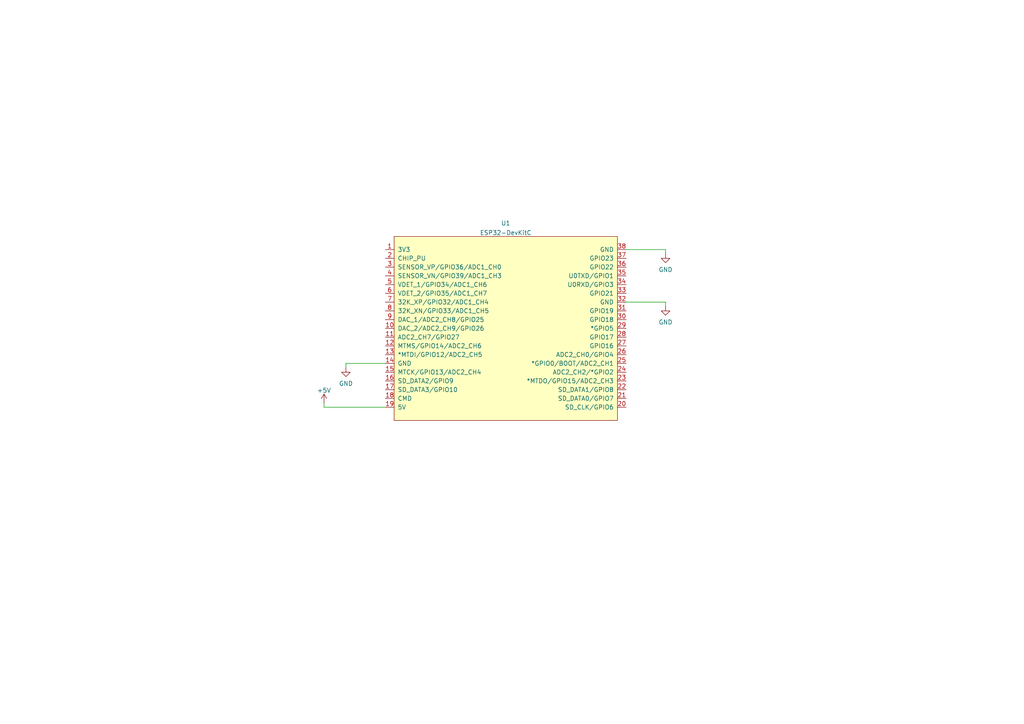
<source format=kicad_sch>
(kicad_sch (version 20211123) (generator eeschema)
  (paper "A4")
  (lib_symbols
    (symbol "Espressif:ESP32-DevKitC" (pin_names (offset 1.016))
      (property "Reference" "U" (at -8.89 26.67 0))
      (property "Value" "ESP32-DevKitC" (at 0 -29.21 0))
      (symbol "ESP32-DevKitC_0_0"
        (pin power_in line (at -33.02 -11.43 0) (length 2.54) (name "GND") (number "14"))
        (pin power_in line (at -33.02 -24.13 0) (length 2.54) (name "5V") (number "19"))
      )
      (symbol "ESP32-DevKitC_0_1"
        (rectangle (start -30.48 25.4) (end 34.29 -27.94) (fill (type background)))
      )
      (symbol "ESP32-DevKitC_1_1"
        (pin power_in line (at -33.02 21.59 0) (length 2.54) (name "3V3") (number "1"))
        (pin bidirectional line (at -33.02 -1.27 0) (length 2.54) (name "DAC_2/ADC2_CH9/GPIO26") (number "10"))
        (pin bidirectional line (at -33.02 -3.81 0) (length 2.54) (name "ADC2_CH7/GPIO27") (number "11"))
        (pin bidirectional line (at -33.02 -6.35 0) (length 2.54) (name "MTMS/GPIO14/ADC2_CH6") (number "12"))
        (pin bidirectional line (at -33.02 -8.89 0) (length 2.54) (name "*MTDI/GPIO12/ADC2_CH5") (number "13"))
        (pin bidirectional line (at -33.02 -13.97 0) (length 2.54) (name "MTCK/GPIO13/ADC2_CH4") (number "15"))
        (pin bidirectional line (at -33.02 -16.51 0) (length 2.54) (name "SD_DATA2/GPIO9") (number "16"))
        (pin bidirectional line (at -33.02 -19.05 0) (length 2.54) (name "SD_DATA3/GPIO10") (number "17"))
        (pin bidirectional line (at -33.02 -21.59 0) (length 2.54) (name "CMD") (number "18"))
        (pin input line (at -33.02 19.05 0) (length 2.54) (name "CHIP_PU") (number "2"))
        (pin bidirectional line (at 36.83 -24.13 180) (length 2.54) (name "SD_CLK/GPIO6") (number "20"))
        (pin bidirectional line (at 36.83 -21.59 180) (length 2.54) (name "SD_DATA0/GPIO7") (number "21"))
        (pin bidirectional line (at 36.83 -19.05 180) (length 2.54) (name "SD_DATA1/GPIO8") (number "22"))
        (pin bidirectional line (at 36.83 -16.51 180) (length 2.54) (name "*MTDO/GPIO15/ADC2_CH3") (number "23"))
        (pin bidirectional line (at 36.83 -13.97 180) (length 2.54) (name "ADC2_CH2/*GPIO2") (number "24"))
        (pin bidirectional line (at 36.83 -11.43 180) (length 2.54) (name "*GPIO0/BOOT/ADC2_CH1") (number "25"))
        (pin bidirectional line (at 36.83 -8.89 180) (length 2.54) (name "ADC2_CH0/GPIO4") (number "26"))
        (pin bidirectional line (at 36.83 -6.35 180) (length 2.54) (name "GPIO16") (number "27"))
        (pin bidirectional line (at 36.83 -3.81 180) (length 2.54) (name "GPIO17") (number "28"))
        (pin bidirectional line (at 36.83 -1.27 180) (length 2.54) (name "*GPIO5") (number "29"))
        (pin input line (at -33.02 16.51 0) (length 2.54) (name "SENSOR_VP/GPIO36/ADC1_CH0") (number "3"))
        (pin bidirectional line (at 36.83 1.27 180) (length 2.54) (name "GPIO18") (number "30"))
        (pin bidirectional line (at 36.83 3.81 180) (length 2.54) (name "GPIO19") (number "31"))
        (pin power_in line (at 36.83 6.35 180) (length 2.54) (name "GND") (number "32"))
        (pin bidirectional line (at 36.83 8.89 180) (length 2.54) (name "GPIO21") (number "33"))
        (pin bidirectional line (at 36.83 11.43 180) (length 2.54) (name "U0RXD/GPIO3") (number "34"))
        (pin bidirectional line (at 36.83 13.97 180) (length 2.54) (name "U0TXD/GPIO1") (number "35"))
        (pin bidirectional line (at 36.83 16.51 180) (length 2.54) (name "GPIO22") (number "36"))
        (pin bidirectional line (at 36.83 19.05 180) (length 2.54) (name "GPIO23") (number "37"))
        (pin power_in line (at 36.83 21.59 180) (length 2.54) (name "GND") (number "38"))
        (pin input line (at -33.02 13.97 0) (length 2.54) (name "SENSOR_VN/GPIO39/ADC1_CH3") (number "4"))
        (pin input line (at -33.02 11.43 0) (length 2.54) (name "VDET_1/GPIO34/ADC1_CH6") (number "5"))
        (pin input line (at -33.02 8.89 0) (length 2.54) (name "VDET_2/GPIO35/ADC1_CH7") (number "6"))
        (pin bidirectional line (at -33.02 6.35 0) (length 2.54) (name "32K_XP/GPIO32/ADC1_CH4") (number "7"))
        (pin bidirectional line (at -33.02 3.81 0) (length 2.54) (name "32K_XN/GPIO33/ADC1_CH5") (number "8"))
        (pin bidirectional line (at -33.02 1.27 0) (length 2.54) (name "DAC_1/ADC2_CH8/GPIO25") (number "9"))
      )
    )
    (symbol "power:+5V" (power) (pin_names (offset 0))
      (property "Value" "+5V" (at 0 3.556 0))
      (symbol "+5V_0_1"
        (polyline (pts (xy -0.762 1.27) (xy 0 2.54)))
        (polyline (pts (xy 0 0) (xy 0 2.54)))
        (polyline (pts (xy 0 2.54) (xy 0.762 1.27)))
      )
      (symbol "+5V_1_1"
        (pin power_in line (at 0 0 90) (length 0) hide (name "+5V") (number "1"))
      )
    )
    (symbol "power:GND" (power) (pin_names (offset 0))
      (property "Value" "GND" (at 0 -3.81 0))
      (symbol "GND_0_1"
        (polyline (pts (xy 0 0) (xy 0 -1.27) (xy 1.27 -1.27) (xy 0 -2.54) (xy -1.27 -1.27) (xy 0 -1.27)))
      )
      (symbol "GND_1_1"
        (pin power_in line (at 0 0 270) (length 0) hide (name "GND") (number "1"))
      )
    )
  )
  (wire (pts (xy 181.61 72.39) (xy 193.04 72.39)))
  (wire (pts (xy 100.33 106.68) (xy 100.33 105.41)))
  (wire (pts (xy 93.98 116.84) (xy 93.98 118.11)))
  (wire (pts (xy 93.98 118.11) (xy 111.76 118.11)))
  (wire (pts (xy 193.04 88.9) (xy 193.04 87.63)))
  (wire (pts (xy 193.04 72.39) (xy 193.04 73.66)))
  (wire (pts (xy 100.33 105.41) (xy 111.76 105.41)))
  (wire (pts (xy 181.61 87.63) (xy 193.04 87.63)))
  (symbol (lib_id "power:GND") (at 193.04 88.9 0) (unit 1)
    (property "Reference" "#PWR0102" (effects hide))
    (property "Value" "GND" (at 193.04 93.4625 0))
  )
  (symbol (lib_id "power:+5V") (at 93.98 116.84 0) (unit 1)
    (property "Reference" "#PWR0104" (effects hide))
    (property "Value" "+5V" (at 93.98 113.2355 0))
  )
  (symbol (lib_id "Espressif:ESP32-DevKitC") (at 144.78 93.98 0) (unit 1)
    (property "Reference" "U1" (at 146.685 64.7405 0))
    (property "Value" "ESP32-DevKitC" (at 146.685 67.5156 0))
    (property "Footprint" "Espressif:ESP32-DevKitC" (effects hide))
    (property "Datasheet" "https://docs.espressif.com/projects/esp-idf/zh_CN/latest/esp32/hw-reference/esp32/get-started-devkitc.html" (effects hide))
  )
  (symbol (lib_id "power:GND") (at 193.04 73.66 0) (unit 1)
    (property "Reference" "#PWR0101" (effects hide))
    (property "Value" "GND" (at 193.04 78.2225 0))
  )
  (symbol (lib_id "power:GND") (at 100.33 106.68 0) (unit 1)
    (property "Reference" "#PWR0103" (effects hide))
    (property "Value" "GND" (at 100.33 111.2425 0))
  )
)
</source>
